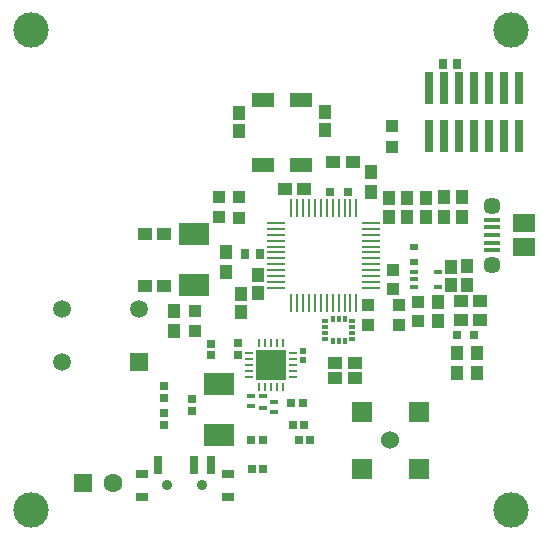
<source format=gbr>
G04*
G04 #@! TF.GenerationSoftware,Altium Limited,Altium Designer,24.8.2 (39)*
G04*
G04 Layer_Color=255*
%FSLAX26Y26*%
%MOIN*%
G70*
G04*
G04 #@! TF.SameCoordinates,943EF9C2-7E4B-4E9F-8D88-1E315B4C2DD2*
G04*
G04*
G04 #@! TF.FilePolarity,Positive*
G04*
G01*
G75*
%ADD18C,0.060000*%
%ADD19R,0.070000X0.070000*%
%ADD20R,0.026475X0.026306*%
%ADD21R,0.029134X0.109843*%
%ADD22R,0.039848X0.041682*%
%ADD23R,0.041816X0.045532*%
%ADD24R,0.039848X0.045619*%
%ADD25R,0.031496X0.031496*%
%ADD26R,0.045619X0.039848*%
%ADD27R,0.047575X0.039848*%
%ADD28R,0.041816X0.044687*%
%ADD29R,0.074803X0.059055*%
%ADD30R,0.053150X0.015748*%
G04:AMPARAMS|DCode=31|XSize=15.748mil|YSize=25.591mil|CornerRadius=1.968mil|HoleSize=0mil|Usage=FLASHONLY|Rotation=90.000|XOffset=0mil|YOffset=0mil|HoleType=Round|Shape=RoundedRectangle|*
%AMROUNDEDRECTD31*
21,1,0.015748,0.021654,0,0,90.0*
21,1,0.011811,0.025591,0,0,90.0*
1,1,0.003937,0.010827,0.005906*
1,1,0.003937,0.010827,-0.005906*
1,1,0.003937,-0.010827,-0.005906*
1,1,0.003937,-0.010827,0.005906*
%
%ADD31ROUNDEDRECTD31*%
%ADD32R,0.031496X0.023622*%
%ADD33R,0.041662X0.051419*%
%ADD34R,0.039848X0.049533*%
%ADD35R,0.027559X0.033465*%
%ADD36R,0.027559X0.059055*%
%ADD37R,0.039370X0.031496*%
%ADD38R,0.102362X0.074803*%
%ADD39R,0.029528X0.033465*%
%ADD40O,0.009842X0.061024*%
%ADD41O,0.061024X0.009842*%
%ADD42R,0.049459X0.041662*%
%ADD43R,0.074803X0.051181*%
%ADD44R,0.020472X0.022047*%
%ADD45R,0.028163X0.026475*%
%ADD46R,0.026306X0.026475*%
%ADD47R,0.025591X0.013780*%
%ADD48R,0.025984X0.016142*%
%ADD49R,0.026475X0.028163*%
%ADD50O,0.009842X0.027559*%
%ADD51O,0.027559X0.009842*%
%ADD52R,0.102362X0.102362*%
%ADD54R,0.022638X0.013780*%
%ADD55R,0.013780X0.022638*%
%ADD56R,0.059055X0.059055*%
%ADD57C,0.059055*%
%ADD59C,0.057087*%
%ADD60C,0.062992*%
%ADD61R,0.062992X0.062992*%
%ADD62C,0.035433*%
%ADD68C,0.118110*%
D18*
X1299000Y333000D02*
D03*
D19*
X1204000Y428000D02*
D03*
X1394000D02*
D03*
X1204000Y238000D02*
D03*
X1394000D02*
D03*
D20*
X790000Y656770D02*
D03*
Y617230D02*
D03*
X638000Y430230D02*
D03*
Y469770D02*
D03*
D21*
X1427000Y1347000D02*
D03*
Y1507236D02*
D03*
X1477000Y1347000D02*
D03*
Y1507236D02*
D03*
X1527000Y1347000D02*
D03*
Y1507236D02*
D03*
X1577000Y1347000D02*
D03*
Y1507236D02*
D03*
X1627000Y1347000D02*
D03*
Y1507236D02*
D03*
X1677000Y1347000D02*
D03*
Y1507236D02*
D03*
X1727000Y1347000D02*
D03*
Y1507236D02*
D03*
D22*
X1303000Y1380516D02*
D03*
Y1311484D02*
D03*
X1326000Y716484D02*
D03*
Y785516D02*
D03*
X646000Y765516D02*
D03*
Y696484D02*
D03*
X726000Y1076484D02*
D03*
Y1145516D02*
D03*
X794000Y1075484D02*
D03*
Y1144516D02*
D03*
X1224000Y786000D02*
D03*
Y716968D02*
D03*
D23*
X1586000Y557502D02*
D03*
Y624498D02*
D03*
X1234000Y1162502D02*
D03*
Y1229498D02*
D03*
X751000Y893502D02*
D03*
Y960498D02*
D03*
D24*
X1521000Y559452D02*
D03*
Y624548D02*
D03*
X1458000Y730452D02*
D03*
Y795548D02*
D03*
X1477000Y1143000D02*
D03*
Y1077905D02*
D03*
X1416000Y1142547D02*
D03*
Y1077453D02*
D03*
X1294000Y1142547D02*
D03*
Y1077453D02*
D03*
X1537000Y1143000D02*
D03*
Y1077905D02*
D03*
X1353000Y1142547D02*
D03*
Y1077453D02*
D03*
X577000Y763000D02*
D03*
Y697905D02*
D03*
D25*
X1578528Y686000D02*
D03*
X1519472D02*
D03*
X1098472Y1162000D02*
D03*
X1157528D02*
D03*
D26*
X1598547Y735000D02*
D03*
X1533453D02*
D03*
X1173547Y1260000D02*
D03*
X1108453D02*
D03*
X480452Y1021000D02*
D03*
X545548D02*
D03*
X480452Y848000D02*
D03*
X545548D02*
D03*
X1114954Y591332D02*
D03*
X1180049D02*
D03*
X1114954Y541332D02*
D03*
X1180049D02*
D03*
D27*
X1534000Y798000D02*
D03*
X1597139D02*
D03*
D28*
X1390000Y731898D02*
D03*
Y796102D02*
D03*
X1306000Y837898D02*
D03*
Y902102D02*
D03*
D29*
X1742914Y1057189D02*
D03*
Y978449D02*
D03*
D30*
X1636614Y1069000D02*
D03*
Y1043409D02*
D03*
Y1017819D02*
D03*
Y992228D02*
D03*
Y966638D02*
D03*
D31*
X1457354Y844409D02*
D03*
Y895591D02*
D03*
X1376646Y844409D02*
D03*
Y870000D02*
D03*
Y895591D02*
D03*
D32*
X1378000Y927409D02*
D03*
Y978591D02*
D03*
D33*
X1500000Y851446D02*
D03*
Y912554D02*
D03*
D34*
X1554000Y913590D02*
D03*
Y852410D02*
D03*
X802000Y822590D02*
D03*
Y761410D02*
D03*
X856000Y884590D02*
D03*
Y823410D02*
D03*
X1080000Y1366410D02*
D03*
Y1427590D02*
D03*
X795000Y1363410D02*
D03*
Y1424590D02*
D03*
D35*
X1521622Y1588000D02*
D03*
X1474378D02*
D03*
D36*
X642472Y252898D02*
D03*
X701528D02*
D03*
X524362D02*
D03*
D37*
X469244Y221992D02*
D03*
X756646D02*
D03*
X469244Y146008D02*
D03*
X756646D02*
D03*
D38*
X645000Y850354D02*
D03*
Y1019646D02*
D03*
X729000Y350354D02*
D03*
Y519646D02*
D03*
D39*
X814409Y953000D02*
D03*
X865591D02*
D03*
D40*
X968732Y1108465D02*
D03*
X988417D02*
D03*
X1008102D02*
D03*
X1027787D02*
D03*
X1047472D02*
D03*
X1067157D02*
D03*
X1086842D02*
D03*
X1106527D02*
D03*
X1126213D02*
D03*
X1145898D02*
D03*
X1165583D02*
D03*
X1185268D02*
D03*
Y791535D02*
D03*
X1165583D02*
D03*
X1145898D02*
D03*
X1126213D02*
D03*
X1106527D02*
D03*
X1086842D02*
D03*
X1067157D02*
D03*
X1047472D02*
D03*
X1027787D02*
D03*
X1008102D02*
D03*
X988417D02*
D03*
X968732D02*
D03*
D41*
X1235465Y1058268D02*
D03*
Y1038583D02*
D03*
Y1018898D02*
D03*
Y999213D02*
D03*
Y979528D02*
D03*
Y959843D02*
D03*
Y940158D02*
D03*
Y920472D02*
D03*
Y900787D02*
D03*
Y881102D02*
D03*
Y861417D02*
D03*
Y841732D02*
D03*
X918535D02*
D03*
Y861417D02*
D03*
Y881102D02*
D03*
Y900787D02*
D03*
Y920472D02*
D03*
Y940158D02*
D03*
Y959843D02*
D03*
Y979528D02*
D03*
Y999213D02*
D03*
Y1018898D02*
D03*
Y1038583D02*
D03*
Y1058268D02*
D03*
D42*
X1010535Y1171000D02*
D03*
X947465D02*
D03*
D43*
X999992Y1250732D02*
D03*
Y1467268D02*
D03*
X874008D02*
D03*
Y1250732D02*
D03*
D44*
X1007000Y599646D02*
D03*
Y630354D02*
D03*
D45*
X875646Y238964D02*
D03*
X837964D02*
D03*
X993159Y335000D02*
D03*
X1030841D02*
D03*
X973318Y386000D02*
D03*
X1011000D02*
D03*
D46*
X834230Y333000D02*
D03*
X873770D02*
D03*
X1005770Y457000D02*
D03*
X966230D02*
D03*
D47*
X834000Y449268D02*
D03*
Y482732D02*
D03*
X912000Y428268D02*
D03*
Y461732D02*
D03*
D48*
X873000Y481882D02*
D03*
Y442118D02*
D03*
D49*
X543000Y386159D02*
D03*
Y423841D02*
D03*
Y513682D02*
D03*
Y476000D02*
D03*
X702000Y617159D02*
D03*
Y654841D02*
D03*
D50*
X939535Y658465D02*
D03*
X919850D02*
D03*
X900165D02*
D03*
X880480D02*
D03*
X860795D02*
D03*
Y512795D02*
D03*
X880480D02*
D03*
X900165D02*
D03*
X919850D02*
D03*
X939535D02*
D03*
D51*
X827331Y625000D02*
D03*
Y605315D02*
D03*
Y585630D02*
D03*
Y565945D02*
D03*
Y546260D02*
D03*
X973000D02*
D03*
Y565945D02*
D03*
Y585630D02*
D03*
Y605315D02*
D03*
Y625000D02*
D03*
D52*
X900165Y585630D02*
D03*
D54*
X1080465Y730000D02*
D03*
Y710315D02*
D03*
Y690630D02*
D03*
Y670945D02*
D03*
X1172000D02*
D03*
Y690630D02*
D03*
Y710315D02*
D03*
Y730000D02*
D03*
D55*
X1106547Y664547D02*
D03*
X1126232D02*
D03*
X1145917D02*
D03*
Y736398D02*
D03*
X1126232D02*
D03*
X1106547D02*
D03*
D56*
X459953Y594417D02*
D03*
D57*
Y771583D02*
D03*
X204047D02*
D03*
Y594417D02*
D03*
D59*
X1636614Y919394D02*
D03*
Y1116244D02*
D03*
D60*
X375000Y192000D02*
D03*
D61*
X275000D02*
D03*
D62*
X553890Y184000D02*
D03*
X672000D02*
D03*
D68*
X100000Y100000D02*
D03*
Y1700000D02*
D03*
X1700000Y100000D02*
D03*
Y1700000D02*
D03*
M02*

</source>
